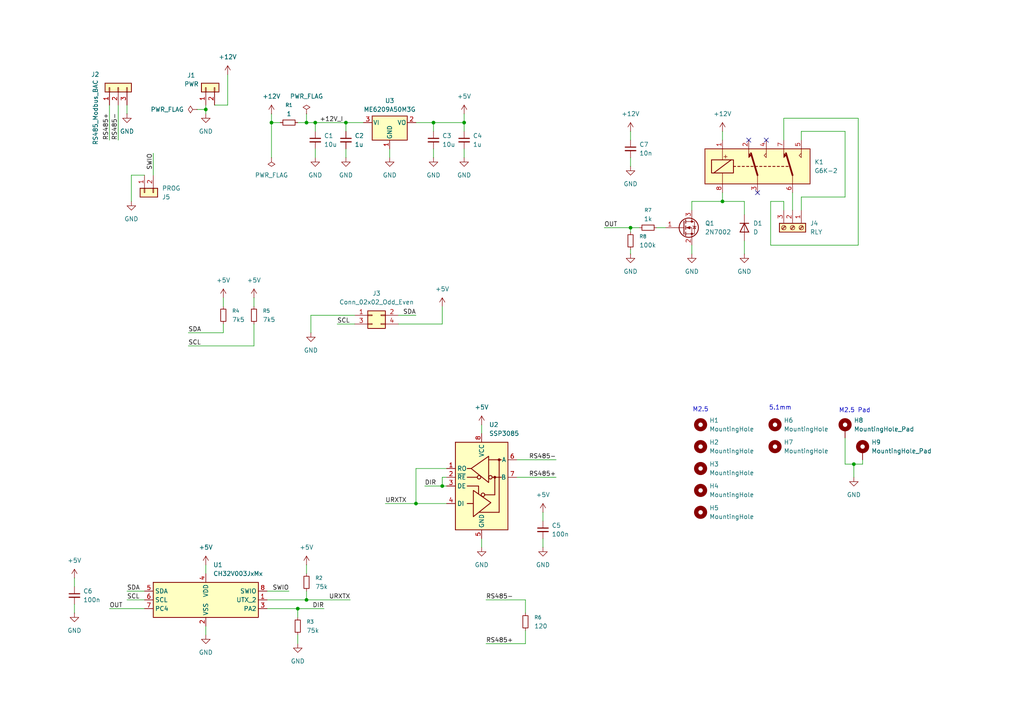
<source format=kicad_sch>
(kicad_sch (version 20250114) (generator "eeschema") (generator_version "9.0")
  (paper "A4")
  (lib_symbols
    (symbol "Connector:Screw_Terminal_01x03" (pin_names (offset 1.016) (hide yes))
      (property "Reference" "J" (at 0 5.08 0))
      (property "Value" "Screw_Terminal_01x03" (at 0 -5.08 0))
      (symbol "Screw_Terminal_01x03_1_1"
        (rectangle (start -1.27 3.81) (end 1.27 -3.81) (stroke (width 0.254)) (fill (type background)))
        (polyline (pts (xy -0.5334 2.8702) (xy 0.3302 2.032)) (stroke (width 0.1524)))
        (polyline (pts (xy -0.5334 0.3302) (xy 0.3302 -0.508)) (stroke (width 0.1524)))
        (polyline (pts (xy -0.5334 -2.2098) (xy 0.3302 -3.048)) (stroke (width 0.1524)))
        (polyline (pts (xy -0.3556 3.048) (xy 0.508 2.2098)) (stroke (width 0.1524)))
        (polyline (pts (xy -0.3556 0.508) (xy 0.508 -0.3302)) (stroke (width 0.1524)))
        (polyline (pts (xy -0.3556 -2.032) (xy 0.508 -2.8702)) (stroke (width 0.1524)))
        (circle (center 0 2.54) (radius 0.635) (stroke (width 0.1524)))
        (circle (center 0 0) (radius 0.635) (stroke (width 0.1524)))
        (circle (center 0 -2.54) (radius 0.635) (stroke (width 0.1524)))
        (pin passive line (at -5.08 2.54 0) (length 3.81) (name "Pin_1") (number "1"))
        (pin passive line (at -5.08 0 0) (length 3.81) (name "Pin_2") (number "2"))
        (pin passive line (at -5.08 -2.54 0) (length 3.81) (name "Pin_3") (number "3"))
      )
    )
    (symbol "Connector_Generic:Conn_01x02" (pin_names (offset 1.016) (hide yes))
      (property "Reference" "J" (at 0 2.54 0))
      (property "Value" "Conn_01x02" (at 0 -5.08 0))
      (symbol "Conn_01x02_1_1"
        (rectangle (start -1.27 1.27) (end 1.27 -3.81) (stroke (width 0.254)) (fill (type background)))
        (rectangle (start -1.27 0.127) (end 0 -0.127) (stroke (width 0.1524)))
        (rectangle (start -1.27 -2.413) (end 0 -2.667) (stroke (width 0.1524)))
        (pin passive line (at -5.08 0 0) (length 3.81) (name "Pin_1") (number "1"))
        (pin passive line (at -5.08 -2.54 0) (length 3.81) (name "Pin_2") (number "2"))
      )
    )
    (symbol "Connector_Generic:Conn_01x03" (pin_names (offset 1.016) (hide yes))
      (property "Reference" "J" (at 0 5.08 0))
      (property "Value" "Conn_01x03" (at 0 -5.08 0))
      (symbol "Conn_01x03_1_1"
        (rectangle (start -1.27 3.81) (end 1.27 -3.81) (stroke (width 0.254)) (fill (type background)))
        (rectangle (start -1.27 2.667) (end 0 2.413) (stroke (width 0.1524)))
        (rectangle (start -1.27 0.127) (end 0 -0.127) (stroke (width 0.1524)))
        (rectangle (start -1.27 -2.413) (end 0 -2.667) (stroke (width 0.1524)))
        (pin passive line (at -5.08 2.54 0) (length 3.81) (name "Pin_1") (number "1"))
        (pin passive line (at -5.08 0 0) (length 3.81) (name "Pin_2") (number "2"))
        (pin passive line (at -5.08 -2.54 0) (length 3.81) (name "Pin_3") (number "3"))
      )
    )
    (symbol "Connector_Generic:Conn_02x02_Odd_Even" (pin_names (offset 1.016) (hide yes))
      (property "Reference" "J" (at 1.27 2.54 0))
      (property "Value" "Conn_02x02_Odd_Even" (at 1.27 -5.08 0))
      (symbol "Conn_02x02_Odd_Even_1_1"
        (rectangle (start -1.27 1.27) (end 3.81 -3.81) (stroke (width 0.254)) (fill (type background)))
        (rectangle (start -1.27 0.127) (end 0 -0.127) (stroke (width 0.1524)))
        (rectangle (start -1.27 -2.413) (end 0 -2.667) (stroke (width 0.1524)))
        (rectangle (start 3.81 0.127) (end 2.54 -0.127) (stroke (width 0.1524)))
        (rectangle (start 3.81 -2.413) (end 2.54 -2.667) (stroke (width 0.1524)))
        (pin passive line (at -5.08 0 0) (length 3.81) (name "Pin_1") (number "1"))
        (pin passive line (at -5.08 -2.54 0) (length 3.81) (name "Pin_3") (number "3"))
        (pin passive line (at 7.62 0 180) (length 3.81) (name "Pin_2") (number "2"))
        (pin passive line (at 7.62 -2.54 180) (length 3.81) (name "Pin_4") (number "4"))
      )
    )
    (symbol "Device:C_Small" (pin_numbers (hide yes)) (pin_names (offset 0.254) (hide yes))
      (property "Reference" "C" (at 0.254 1.778 0))
      (property "Value" "C_Small" (at 0.254 -2.032 0))
      (symbol "C_Small_0_1"
        (polyline (pts (xy -1.524 0.508) (xy 1.524 0.508)) (stroke (width 0.3048)))
        (polyline (pts (xy -1.524 -0.508) (xy 1.524 -0.508)) (stroke (width 0.3302)))
      )
      (symbol "C_Small_1_1"
        (pin passive line (at 0 2.54 270) (length 2.032) (name "~") (number "1"))
        (pin passive line (at 0 -2.54 90) (length 2.032) (name "~") (number "2"))
      )
    )
    (symbol "Device:D" (pin_numbers (hide yes)) (pin_names (offset 1.016) (hide yes))
      (property "Reference" "D" (at 0 2.54 0))
      (property "Value" "D" (at 0 -2.54 0))
      (symbol "D_0_1"
        (polyline (pts (xy -1.27 1.27) (xy -1.27 -1.27)) (stroke (width 0.254)))
        (polyline (pts (xy 1.27 1.27) (xy 1.27 -1.27) (xy -1.27 0) (xy 1.27 1.27)) (stroke (width 0.254)))
        (polyline (pts (xy 1.27 0) (xy -1.27 0)))
      )
      (symbol "D_1_1"
        (pin passive line (at -3.81 0 0) (length 2.54) (name "K") (number "1"))
        (pin passive line (at 3.81 0 180) (length 2.54) (name "A") (number "2"))
      )
    )
    (symbol "Device:R_Small" (pin_numbers (hide yes)) (pin_names (offset 0.254) (hide yes))
      (property "Reference" "R" (at 0 0 90))
      (property "Value" "R_Small" (at 1.778 0 90))
      (symbol "R_Small_0_1"
        (rectangle (start -0.762 1.778) (end 0.762 -1.778) (stroke (width 0.2032)))
      )
      (symbol "R_Small_1_1"
        (pin passive line (at 0 2.54 270) (length 0.762) (name "~") (number "1"))
        (pin passive line (at 0 -2.54 90) (length 0.762) (name "~") (number "2"))
      )
    )
    (symbol "Interface_UART:SSP3085"
      (property "Reference" "U" (at -6.985 13.97 0))
      (property "Value" "SSP3085" (at 7.62 13.97 0))
      (symbol "SSP3085_0_1"
        (rectangle (start -7.62 12.7) (end 7.62 -12.7) (stroke (width 0.254)) (fill (type background)))
        (polyline (pts (xy -4.191 2.54) (xy -1.27 2.54)) (stroke (width 0.254)))
        (polyline (pts (xy -4.191 0) (xy -0.889 0) (xy -0.889 -2.286)) (stroke (width 0.254)))
        (polyline (pts (xy -3.175 5.08) (xy -4.191 5.08) (xy -4.064 5.08)) (stroke (width 0.254)))
        (polyline (pts (xy -2.54 -5.08) (xy -4.191 -5.08)) (stroke (width 0.254)))
        (polyline (pts (xy -2.413 -5.08) (xy -2.413 -1.27) (xy 2.667 -4.826) (xy -2.413 -8.89) (xy -2.413 -5.08)) (stroke (width 0.254)))
        (polyline (pts (xy -0.635 -7.62) (xy 5.08 -7.62)) (stroke (width 0.254)))
        (circle (center 0.381 -2.54) (radius 0.508) (stroke (width 0.254)))
        (polyline (pts (xy 0.889 -2.54) (xy 3.81 -2.54)) (stroke (width 0.254)))
        (polyline (pts (xy 2.032 7.62) (xy 5.715 7.62)) (stroke (width 0.254)))
        (polyline (pts (xy 3.048 2.54) (xy 5.715 2.54)) (stroke (width 0.254)))
        (circle (center 3.81 2.54) (radius 0.2794) (stroke (width 0.254)) (fill (type outline)))
        (polyline (pts (xy 3.81 -2.54) (xy 3.81 2.54)) (stroke (width 0.254)))
        (polyline (pts (xy 5.08 -7.62) (xy 5.08 7.62)) (stroke (width 0.254)))
      )
      (symbol "SSP3085_1_1"
        (circle (center -0.762 2.54) (radius 0.508) (stroke (width 0.254)))
        (polyline (pts (xy 2.032 4.826) (xy 2.032 8.636) (xy -3.048 5.08) (xy 2.032 1.016) (xy 2.032 4.826)) (stroke (width 0.254)))
        (circle (center 2.54 2.54) (radius 0.508) (stroke (width 0.254)))
        (circle (center 5.08 7.62) (radius 0.2794) (stroke (width 0.254)) (fill (type outline)))
        (pin output line (at -10.16 5.08 0) (length 2.54) (name "RO") (number "1"))
        (pin input line (at -10.16 2.54 0) (length 2.54) (name "~{RE}") (number "2"))
        (pin input line (at -10.16 0 0) (length 2.54) (name "DE") (number "3"))
        (pin input line (at -10.16 -5.08 0) (length 2.54) (name "DI") (number "4"))
        (pin power_in line (at 0 15.24 270) (length 2.54) (name "VCC") (number "8"))
        (pin power_in line (at 0 -15.24 90) (length 2.54) (name "GND") (number "5"))
        (pin bidirectional line (at 10.16 7.62 180) (length 2.54) (name "A") (number "6"))
        (pin bidirectional line (at 10.16 2.54 180) (length 2.54) (name "B") (number "7"))
      )
    )
    (symbol "MCU_WCH_CH32V0:CH32V003JxMx"
      (property "Reference" "U" (at -15.24 7.62 0))
      (property "Value" "CH32V003JxMx" (at 15.24 7.62 0))
      (symbol "CH32V003JxMx_1_1"
        (rectangle (start -15.24 5.08) (end 15.24 -5.08) (stroke (width 0.254)) (fill (type background)))
        (pin bidirectional line (at -17.78 2.54 0) (length 2.54) (name "PC1") (number "5") (alternate "SDA" bidirectional line))
        (pin bidirectional line (at -17.78 0 0) (length 2.54) (name "PC2") (number "6") (alternate "SCL" bidirectional line))
        (pin bidirectional line (at -17.78 -2.54 0) (length 2.54) (name "PC4") (number "7"))
        (pin power_in line (at 0 7.62 270) (length 2.54) (name "VDD") (number "4"))
        (pin power_in line (at 0 -7.62 90) (length 2.54) (name "VSS") (number "2"))
        (pin bidirectional line (at 17.78 2.54 180) (length 2.54) (name "PD1/PD4/PD5") (number "8") (alternate "SWIO" bidirectional line))
        (pin bidirectional line (at 17.78 0 180) (length 2.54) (name "PD6/PA1") (number "1") (alternate "UTX_2" bidirectional line))
        (pin bidirectional line (at 17.78 -2.54 180) (length 2.54) (name "PA2") (number "3"))
      )
    )
    (symbol "Mechanical:MountingHole" (pin_names (offset 1.016)) (in_bom no)
      (property "Reference" "H" (at 0 5.08 0))
      (property "Value" "MountingHole" (at 0 3.175 0))
      (symbol "MountingHole_0_1"
        (circle (center 0 0) (radius 1.27) (stroke (width 1.27)))
      )
    )
    (symbol "Mechanical:MountingHole_Pad" (pin_numbers (hide yes)) (pin_names (offset 1.016) (hide yes)) (in_bom no)
      (property "Reference" "H" (at 0 6.35 0))
      (property "Value" "MountingHole_Pad" (at 0 4.445 0))
      (symbol "MountingHole_Pad_0_1"
        (circle (center 0 1.27) (radius 1.27) (stroke (width 1.27)))
      )
      (symbol "MountingHole_Pad_1_1"
        (pin input line (at 0 -2.54 90) (length 2.54) (name "1") (number "1"))
      )
    )
    (symbol "Regulator_Linear:AP2127N-3.3" (pin_names (offset 0.254))
      (property "Reference" "U" (at -3.81 3.175 0))
      (property "Value" "AP2127N-3.3" (at 0 3.175 0))
      (symbol "AP2127N-3.3_0_1"
        (rectangle (start -5.08 1.905) (end 5.08 -5.08) (stroke (width 0.254)) (fill (type background)))
      )
      (symbol "AP2127N-3.3_1_1"
        (pin power_in line (at -7.62 0 0) (length 2.54) (name "VI") (number "3"))
        (pin power_in line (at 0 -7.62 90) (length 2.54) (name "GND") (number "1"))
        (pin power_out line (at 7.62 0 180) (length 2.54) (name "VO") (number "2"))
      )
    )
    (symbol "Relay:G6K-2"
      (property "Reference" "K" (at 16.51 3.81 0))
      (property "Value" "G6K-2" (at 16.51 1.27 0))
      (symbol "G6K-2_0_0"
        (text "+" (at -9.271 2.921 0) (effects (font (size 1.27 1.27))))
      )
      (symbol "G6K-2_0_1"
        (rectangle (start -15.24 5.08) (end 15.24 -5.08) (stroke (width 0.254)) (fill (type background)))
        (rectangle (start -13.335 1.905) (end -6.985 -1.905) (stroke (width 0.254)))
        (polyline (pts (xy -12.7 -1.905) (xy -7.62 1.905)) (stroke (width 0.254)))
        (polyline (pts (xy -10.16 5.08) (xy -10.16 1.905)))
        (polyline (pts (xy -10.16 -5.08) (xy -10.16 -1.905)))
        (polyline (pts (xy -6.985 0) (xy -6.35 0)) (stroke (width 0.254)))
        (polyline (pts (xy -5.715 0) (xy -5.08 0)) (stroke (width 0.254)))
        (polyline (pts (xy -4.445 0) (xy -3.81 0)) (stroke (width 0.254)))
        (polyline (pts (xy -3.175 0) (xy -2.54 0)) (stroke (width 0.254)))
        (polyline (pts (xy -2.54 5.08) (xy -2.54 2.54) (xy -1.905 3.175) (xy -2.54 3.81)) (fill (type outline)))
        (polyline (pts (xy -1.905 0) (xy -1.27 0)) (stroke (width 0.254)))
        (polyline (pts (xy -0.635 0) (xy 0 0)) (stroke (width 0.254)))
        (polyline (pts (xy 0 -2.54) (xy -1.905 3.81)) (stroke (width 0.508)))
        (polyline (pts (xy 0 -2.54) (xy 0 -5.08)))
        (polyline (pts (xy 0.635 0) (xy 1.27 0)) (stroke (width 0.254)))
        (polyline (pts (xy 1.905 0) (xy 2.54 0)) (stroke (width 0.254)))
        (polyline (pts (xy 2.54 5.08) (xy 2.54 2.54) (xy 1.905 3.175) (xy 2.54 3.81)))
        (polyline (pts (xy 3.175 0) (xy 3.81 0)) (stroke (width 0.254)))
        (polyline (pts (xy 4.445 0) (xy 5.08 0)) (stroke (width 0.254)))
        (polyline (pts (xy 5.715 0) (xy 6.35 0)) (stroke (width 0.254)))
        (polyline (pts (xy 6.985 0) (xy 7.62 0)) (stroke (width 0.254)))
        (polyline (pts (xy 7.62 5.08) (xy 7.62 2.54) (xy 8.255 3.175) (xy 7.62 3.81)) (fill (type outline)))
        (polyline (pts (xy 8.255 0) (xy 8.89 0)) (stroke (width 0.254)))
        (polyline (pts (xy 10.16 -2.54) (xy 8.255 3.81)) (stroke (width 0.508)))
        (polyline (pts (xy 10.16 -2.54) (xy 10.16 -5.08)))
        (polyline (pts (xy 12.7 5.08) (xy 12.7 2.54) (xy 12.065 3.175) (xy 12.7 3.81)))
      )
      (symbol "G6K-2_1_1"
        (pin passive line (at -10.16 7.62 270) (length 2.54) (name "~") (number "1"))
        (pin passive line (at -10.16 -7.62 90) (length 2.54) (name "~") (number "8"))
        (pin passive line (at -2.54 7.62 270) (length 2.54) (name "~") (number "2"))
        (pin passive line (at 0 -7.62 90) (length 2.54) (name "~") (number "3"))
        (pin passive line (at 2.54 7.62 270) (length 2.54) (name "~") (number "4"))
        (pin passive line (at 7.62 7.62 270) (length 2.54) (name "~") (number "7"))
        (pin passive line (at 10.16 -7.62 90) (length 2.54) (name "~") (number "6"))
        (pin passive line (at 12.7 7.62 270) (length 2.54) (name "~") (number "5"))
      )
    )
    (symbol "Transistor_FET:2N7002" (pin_names (hide yes))
      (property "Reference" "Q" (at 5.08 1.905 0))
      (property "Value" "2N7002" (at 5.08 0 0))
      (symbol "2N7002_0_1"
        (polyline (pts (xy 0.254 1.905) (xy 0.254 -1.905)) (stroke (width 0.254)))
        (polyline (pts (xy 0.254 0) (xy -2.54 0)))
        (polyline (pts (xy 0.762 2.286) (xy 0.762 1.27)) (stroke (width 0.254)))
        (polyline (pts (xy 0.762 0.508) (xy 0.762 -0.508)) (stroke (width 0.254)))
        (polyline (pts (xy 0.762 -1.27) (xy 0.762 -2.286)) (stroke (width 0.254)))
        (polyline (pts (xy 0.762 -1.778) (xy 3.302 -1.778) (xy 3.302 1.778) (xy 0.762 1.778)))
        (polyline (pts (xy 1.016 0) (xy 2.032 0.381) (xy 2.032 -0.381) (xy 1.016 0)) (fill (type outline)))
        (circle (center 1.651 0) (radius 2.794) (stroke (width 0.254)))
        (polyline (pts (xy 2.54 2.54) (xy 2.54 1.778)))
        (circle (center 2.54 1.778) (radius 0.254) (fill (type outline)))
        (circle (center 2.54 -1.778) (radius 0.254) (fill (type outline)))
        (polyline (pts (xy 2.54 -2.54) (xy 2.54 0) (xy 0.762 0)))
        (polyline (pts (xy 2.794 0.508) (xy 2.921 0.381) (xy 3.683 0.381) (xy 3.81 0.254)))
        (polyline (pts (xy 3.302 0.381) (xy 2.921 -0.254) (xy 3.683 -0.254) (xy 3.302 0.381)))
      )
      (symbol "2N7002_1_1"
        (pin input line (at -5.08 0 0) (length 2.54) (name "G") (number "1"))
        (pin passive line (at 2.54 5.08 270) (length 2.54) (name "D") (number "3"))
        (pin passive line (at 2.54 -5.08 90) (length 2.54) (name "S") (number "2"))
      )
    )
    (symbol "power:+12V" (power) (pin_numbers (hide yes)) (pin_names (offset 0) (hide yes))
      (property "Value" "+12V" (at 0 3.556 0))
      (symbol "+12V_0_1"
        (polyline (pts (xy -0.762 1.27) (xy 0 2.54)))
        (polyline (pts (xy 0 2.54) (xy 0.762 1.27)))
        (polyline (pts (xy 0 0) (xy 0 2.54)))
      )
      (symbol "+12V_1_1"
        (pin power_in line (at 0 0 90) (length 0) (name "~") (number "1"))
      )
    )
    (symbol "power:+5V" (power) (pin_numbers (hide yes)) (pin_names (offset 0) (hide yes))
      (property "Value" "+5V" (at 0 3.556 0))
      (symbol "+5V_0_1"
        (polyline (pts (xy -0.762 1.27) (xy 0 2.54)))
        (polyline (pts (xy 0 2.54) (xy 0.762 1.27)))
        (polyline (pts (xy 0 0) (xy 0 2.54)))
      )
      (symbol "+5V_1_1"
        (pin power_in line (at 0 0 90) (length 0) (name "~") (number "1"))
      )
    )
    (symbol "power:GND" (power) (pin_numbers (hide yes)) (pin_names (offset 0) (hide yes))
      (property "Value" "GND" (at 0 -3.81 0))
      (symbol "GND_0_1"
        (polyline (pts (xy 0 0) (xy 0 -1.27) (xy 1.27 -1.27) (xy 0 -2.54) (xy -1.27 -1.27) (xy 0 -1.27)))
      )
      (symbol "GND_1_1"
        (pin power_in line (at 0 0 270) (length 0) (name "~") (number "1"))
      )
    )
    (symbol "power:PWR_FLAG" (power) (pin_numbers (hide yes)) (pin_names (offset 0) (hide yes))
      (property "Value" "PWR_FLAG" (at 0 3.81 0))
      (symbol "PWR_FLAG_0_0"
        (pin power_out line (at 0 0 90) (length 0) (name "~") (number "1"))
      )
      (symbol "PWR_FLAG_0_1"
        (polyline (pts (xy 0 0) (xy 0 1.27) (xy -1.016 1.905) (xy 0 2.54) (xy 1.016 1.905) (xy 0 1.27)))
      )
    )
  )
  (text "M2.5 Pad" (at 247.904 119.126 0) (effects (font (size 1.27 1.27))))
  (text "5.1mm" (at 226.314 118.364 0) (effects (font (size 1.27 1.27))))
  (text "M2.5" (at 203.2 118.872 0) (effects (font (size 1.27 1.27))))
  (junction (at 134.62 35.56))
  (junction (at 59.69 31.75))
  (junction (at 247.65 134.62))
  (junction (at 91.44 35.56))
  (junction (at 88.9 35.56))
  (junction (at 182.88 66.04))
  (junction (at 128.27 140.97))
  (junction (at 120.65 146.05))
  (junction (at 100.33 35.56))
  (junction (at 209.55 58.42))
  (junction (at 78.74 35.56))
  (junction (at 88.9 173.99))
  (junction (at 86.36 176.53))
  (junction (at 125.73 35.56))
  (no_connect (at 219.71 55.88))
  (no_connect (at 217.17 40.64))
  (no_connect (at 222.25 40.64))
  (wire (pts (xy 182.88 72.39) (xy 182.88 73.66)))
  (wire (pts (xy 59.69 181.61) (xy 59.69 184.15)))
  (wire (pts (xy 229.87 55.88) (xy 229.87 60.96)))
  (wire (pts (xy 88.9 163.83) (xy 88.9 166.37)))
  (wire (pts (xy 115.57 91.44) (xy 120.65 91.44)))
  (wire (pts (xy 73.66 86.36) (xy 73.66 88.9)))
  (wire (pts (xy 57.15 31.75) (xy 59.69 31.75)))
  (wire (pts (xy 209.55 55.88) (xy 209.55 58.42)))
  (wire (pts (xy 123.19 140.97) (xy 128.27 140.97)))
  (wire (pts (xy 247.65 134.62) (xy 250.19 134.62)))
  (wire (pts (xy 245.11 57.15) (xy 232.41 57.15)))
  (wire (pts (xy 77.47 176.53) (xy 86.36 176.53)))
  (wire (pts (xy 91.44 35.56) (xy 100.33 35.56)))
  (wire (pts (xy 140.97 186.69) (xy 152.4 186.69)))
  (wire (pts (xy 125.73 35.56) (xy 125.73 38.1)))
  (wire (pts (xy 59.69 31.75) (xy 59.69 33.02)))
  (wire (pts (xy 223.52 71.12) (xy 248.92 71.12)))
  (wire (pts (xy 102.87 91.44) (xy 90.17 91.44)))
  (wire (pts (xy 34.29 30.48) (xy 34.29 40.64)))
  (wire (pts (xy 120.65 135.89) (xy 120.65 146.05)))
  (wire (pts (xy 209.55 38.1) (xy 209.55 40.64)))
  (wire (pts (xy 88.9 35.56) (xy 91.44 35.56)))
  (wire (pts (xy 44.45 44.45) (xy 44.45 50.8)))
  (wire (pts (xy 157.48 148.59) (xy 157.48 151.13)))
  (wire (pts (xy 38.1 50.8) (xy 38.1 58.42)))
  (wire (pts (xy 59.69 163.83) (xy 59.69 166.37)))
  (wire (pts (xy 223.52 58.42) (xy 223.52 71.12)))
  (wire (pts (xy 88.9 173.99) (xy 101.6 173.99)))
  (wire (pts (xy 86.36 184.15) (xy 86.36 186.69)))
  (wire (pts (xy 36.83 173.99) (xy 41.91 173.99)))
  (wire (pts (xy 62.23 30.48) (xy 66.04 30.48)))
  (wire (pts (xy 77.47 171.45) (xy 83.82 171.45)))
  (wire (pts (xy 21.59 167.64) (xy 21.59 170.18)))
  (wire (pts (xy 100.33 43.18) (xy 100.33 45.72)))
  (wire (pts (xy 215.9 69.85) (xy 215.9 73.66)))
  (wire (pts (xy 59.69 30.48) (xy 59.69 31.75)))
  (wire (pts (xy 31.75 176.53) (xy 41.91 176.53)))
  (wire (pts (xy 232.41 57.15) (xy 232.41 60.96)))
  (wire (pts (xy 152.4 173.99) (xy 152.4 177.8)))
  (wire (pts (xy 245.11 38.1) (xy 245.11 57.15)))
  (wire (pts (xy 182.88 66.04) (xy 185.42 66.04)))
  (wire (pts (xy 64.77 86.36) (xy 64.77 88.9)))
  (wire (pts (xy 248.92 34.29) (xy 227.33 34.29)))
  (wire (pts (xy 73.66 93.98) (xy 73.66 100.33)))
  (wire (pts (xy 182.88 45.72) (xy 182.88 48.26)))
  (wire (pts (xy 91.44 43.18) (xy 91.44 45.72)))
  (wire (pts (xy 120.65 146.05) (xy 129.54 146.05)))
  (wire (pts (xy 140.97 173.99) (xy 152.4 173.99)))
  (wire (pts (xy 215.9 58.42) (xy 209.55 58.42)))
  (wire (pts (xy 86.36 176.53) (xy 93.98 176.53)))
  (wire (pts (xy 245.11 134.62) (xy 245.11 127)))
  (wire (pts (xy 200.66 71.12) (xy 200.66 73.66)))
  (wire (pts (xy 64.77 96.52) (xy 54.61 96.52)))
  (wire (pts (xy 247.65 134.62) (xy 247.65 138.43)))
  (wire (pts (xy 100.33 35.56) (xy 100.33 38.1)))
  (wire (pts (xy 182.88 38.1) (xy 182.88 40.64)))
  (wire (pts (xy 134.62 38.1) (xy 134.62 35.56)))
  (wire (pts (xy 77.47 173.99) (xy 88.9 173.99)))
  (wire (pts (xy 36.83 30.48) (xy 36.83 33.02)))
  (wire (pts (xy 73.66 100.33) (xy 54.61 100.33)))
  (wire (pts (xy 215.9 62.23) (xy 215.9 58.42)))
  (wire (pts (xy 125.73 35.56) (xy 120.65 35.56)))
  (wire (pts (xy 120.65 135.89) (xy 129.54 135.89)))
  (wire (pts (xy 152.4 186.69) (xy 152.4 182.88)))
  (wire (pts (xy 227.33 34.29) (xy 227.33 40.64)))
  (wire (pts (xy 90.17 91.44) (xy 90.17 96.52)))
  (wire (pts (xy 88.9 33.02) (xy 88.9 35.56)))
  (wire (pts (xy 209.55 58.42) (xy 200.66 58.42)))
  (wire (pts (xy 41.91 50.8) (xy 38.1 50.8)))
  (wire (pts (xy 129.54 138.43) (xy 128.27 138.43)))
  (wire (pts (xy 248.92 71.12) (xy 248.92 34.29)))
  (wire (pts (xy 139.7 156.21) (xy 139.7 158.75)))
  (wire (pts (xy 232.41 40.64) (xy 232.41 38.1)))
  (wire (pts (xy 78.74 33.02) (xy 78.74 35.56)))
  (wire (pts (xy 128.27 140.97) (xy 129.54 140.97)))
  (wire (pts (xy 139.7 123.19) (xy 139.7 125.73)))
  (wire (pts (xy 66.04 30.48) (xy 66.04 21.59)))
  (wire (pts (xy 149.86 133.35) (xy 161.29 133.35)))
  (wire (pts (xy 128.27 93.98) (xy 128.27 88.9)))
  (wire (pts (xy 182.88 67.31) (xy 182.88 66.04)))
  (wire (pts (xy 86.36 35.56) (xy 88.9 35.56)))
  (wire (pts (xy 245.11 134.62) (xy 247.65 134.62)))
  (wire (pts (xy 100.33 35.56) (xy 105.41 35.56)))
  (wire (pts (xy 157.48 156.21) (xy 157.48 158.75)))
  (wire (pts (xy 227.33 58.42) (xy 223.52 58.42)))
  (wire (pts (xy 36.83 171.45) (xy 41.91 171.45)))
  (wire (pts (xy 134.62 35.56) (xy 125.73 35.56)))
  (wire (pts (xy 250.19 133.35) (xy 250.19 134.62)))
  (wire (pts (xy 78.74 35.56) (xy 81.28 35.56)))
  (wire (pts (xy 227.33 60.96) (xy 227.33 58.42)))
  (wire (pts (xy 88.9 171.45) (xy 88.9 173.99)))
  (wire (pts (xy 21.59 175.26) (xy 21.59 177.8)))
  (wire (pts (xy 91.44 35.56) (xy 91.44 38.1)))
  (wire (pts (xy 115.57 93.98) (xy 128.27 93.98)))
  (wire (pts (xy 134.62 33.02) (xy 134.62 35.56)))
  (wire (pts (xy 86.36 176.53) (xy 86.36 179.07)))
  (wire (pts (xy 64.77 93.98) (xy 64.77 96.52)))
  (wire (pts (xy 97.79 93.98) (xy 102.87 93.98)))
  (wire (pts (xy 111.76 146.05) (xy 120.65 146.05)))
  (wire (pts (xy 134.62 43.18) (xy 134.62 45.72)))
  (wire (pts (xy 31.75 30.48) (xy 31.75 40.64)))
  (wire (pts (xy 149.86 138.43) (xy 161.29 138.43)))
  (wire (pts (xy 125.73 43.18) (xy 125.73 45.72)))
  (wire (pts (xy 128.27 138.43) (xy 128.27 140.97)))
  (wire (pts (xy 200.66 58.42) (xy 200.66 60.96)))
  (wire (pts (xy 232.41 38.1) (xy 245.11 38.1)))
  (wire (pts (xy 175.26 66.04) (xy 182.88 66.04)))
  (wire (pts (xy 78.74 35.56) (xy 78.74 45.72)))
  (wire (pts (xy 113.03 43.18) (xy 113.03 45.72)))
  (wire (pts (xy 190.5 66.04) (xy 193.04 66.04)))
  (label "DIR" (at 93.98 176.53 180))
  (label "DIR" (at 123.19 140.97 0))
  (label "+12V_I" (at 92.71 35.56 0))
  (label "RS485+" (at 31.75 40.64 90))
  (label "SDA" (at 120.65 91.44 180))
  (label "SWIO" (at 44.45 44.45 270))
  (label "RS485-" (at 34.29 40.64 90))
  (label "RS485-" (at 161.29 133.35 180))
  (label "URXTX" (at 111.76 146.05 0))
  (label "SDA" (at 36.83 171.45 0))
  (label "RS485-" (at 140.97 173.99 0))
  (label "SCL" (at 36.83 173.99 0))
  (label "SWIO" (at 83.82 171.45 180))
  (label "URXTX" (at 101.6 173.99 180))
  (label "RS485+" (at 140.97 186.69 0))
  (label "OUT" (at 31.75 176.53 0))
  (label "OUT" (at 175.26 66.04 0))
  (label "SCL" (at 97.79 93.98 0))
  (label "SCL" (at 54.61 100.33 0))
  (label "RS485+" (at 161.29 138.43 180))
  (label "SDA" (at 54.61 96.52 0))
  (symbol (lib_id "Device:R_Small") (at 86.36 181.61 0) (unit 1)
    (property "Reference" "R3" (at 88.9 180.3399 0) (effects (font (size 1.016 1.016)) (justify left)))
    (property "Value" "75k" (at 88.9 182.8799 0) (effects (justify left)))
    (property "Footprint" "Resistor_SMD:R_0603_1608Metric" (effects (hide yes)))
    (property "Description" "Resistor, small symbol" (effects (hide yes)))
  )
  (symbol (lib_id "Mechanical:MountingHole") (at 224.79 123.19 0) (unit 1) (in_bom no)
    (property "Reference" "H6" (at 227.33 121.9199 0) (effects (justify left)))
    (property "Value" "MountingHole" (at 227.33 124.4599 0) (effects (justify left)))
    (property "Footprint" "MountingHole:MountingHole_5.3mm_M5_ISO7380" (effects (hide yes)))
    (property "Description" "Mounting Hole without connection" (effects (hide yes)))
  )
  (symbol (lib_id "Device:C_Small") (at 100.33 40.64 0) (unit 1)
    (property "Reference" "C2" (at 102.87 39.3762 0) (effects (justify left)))
    (property "Value" "1u" (at 102.87 41.9162 0) (effects (justify left)))
    (property "Footprint" "Capacitor_SMD:C_0805_2012Metric" (effects (hide yes)))
    (property "Description" "Unpolarized capacitor, small symbol" (effects (hide yes)))
  )
  (symbol (lib_id "Device:C_Small") (at 157.48 153.67 0) (unit 1)
    (property "Reference" "C5" (at 160.02 152.4062 0) (effects (justify left)))
    (property "Value" "100n" (at 160.02 154.9462 0) (effects (justify left)))
    (property "Footprint" "Capacitor_SMD:C_0603_1608Metric" (effects (hide yes)))
    (property "Description" "Unpolarized capacitor, small symbol" (effects (hide yes)))
  )
  (symbol (lib_id "Device:D") (at 215.9 66.04 270) (unit 1)
    (property "Reference" "D1" (at 218.44 64.7699 90) (effects (justify left)))
    (property "Value" "D" (at 218.44 67.3099 90) (effects (justify left)))
    (property "Footprint" "Diode_SMD:D_MELF" (effects (hide yes)))
    (property "Description" "Diode" (effects (hide yes)))
    (property "Sim.Device" "D" (effects (hide yes)))
    (property "Sim.Pins" "1=K 2=A" (effects (hide yes)))
  )
  (symbol (lib_id "Mechanical:MountingHole_Pad") (at 250.19 130.81 0) (unit 1) (in_bom no)
    (property "Reference" "H9" (at 252.73 128.2699 0) (effects (justify left)))
    (property "Value" "MountingHole_Pad" (at 252.73 130.8099 0) (effects (justify left)))
    (property "Footprint" "MountingHole:MountingHole_2.7mm_M2.5_ISO7380_Pad" (effects (hide yes)))
    (property "Description" "Mounting Hole with connection" (effects (hide yes)))
  )
  (symbol (lib_id "Device:R_Small") (at 73.66 91.44 0) (unit 1)
    (property "Reference" "R5" (at 76.2 90.1699 0) (effects (font (size 1.016 1.016)) (justify left)))
    (property "Value" "7k5" (at 76.2 92.7099 0) (effects (justify left)))
    (property "Footprint" "Resistor_SMD:R_0603_1608Metric" (effects (hide yes)))
    (property "Description" "Resistor, small symbol" (effects (hide yes)))
  )
  (symbol (lib_id "power:+5V") (at 21.59 167.64 0) (unit 1)
    (property "Reference" "#PWR028" (effects (hide yes)))
    (property "Value" "+5V" (at 21.59 162.56 0))
    (property "Description" "Power symbol creates a global label with name \"+5V\"" (effects (hide yes)))
  )
  (symbol (lib_id "Interface_UART:SSP3085") (at 139.7 140.97 0) (unit 1)
    (property "Reference" "U2" (at 141.8433 123.19 0) (effects (justify left)))
    (property "Value" "SSP3085" (at 141.8433 125.73 0) (effects (justify left)))
    (property "Footprint" "Package_SO:SOIC-8_3.9x4.9mm_P1.27mm" (effects (hide yes)))
    (property "Datasheet" "https://www.lcsc.com/datasheet/lcsc_datasheet_2404071515_Shanghai-Siproin-Microelectronics-SSP3085_C410986.pdf" (effects (hide yes)))
    (property "Description" "RS-485, RS-422 Half duplex 500kbps transceiver, 15kV ESD protected, 5V operating voltage, SOIC-8" (effects (hide yes)))
  )
  (symbol (lib_id "power:GND") (at 36.83 33.02 0) (unit 1)
    (property "Reference" "#PWR02" (effects (hide yes)))
    (property "Value" "GND" (at 36.83 38.1 0))
    (property "Description" "Power symbol creates a global label with name \"GND\" , ground" (effects (hide yes)))
  )
  (symbol (lib_id "Mechanical:MountingHole") (at 203.2 142.24 0) (unit 1) (in_bom no)
    (property "Reference" "H4" (at 205.74 140.9699 0) (effects (justify left)))
    (property "Value" "MountingHole" (at 205.74 143.5099 0) (effects (justify left)))
    (property "Footprint" "MountingHole:MountingHole_2.7mm_M2.5_ISO7380" (effects (hide yes)))
    (property "Description" "Mounting Hole without connection" (effects (hide yes)))
  )
  (symbol (lib_id "power:GND") (at 247.65 138.43 0) (unit 1)
    (property "Reference" "#PWR011" (effects (hide yes)))
    (property "Value" "GND" (at 247.65 143.51 0))
    (property "Description" "Power symbol creates a global label with name \"GND\" , ground" (effects (hide yes)))
  )
  (symbol (lib_id "power:GND") (at 125.73 45.72 0) (unit 1)
    (property "Reference" "#PWR016" (effects (hide yes)))
    (property "Value" "GND" (at 125.73 50.8 0))
    (property "Description" "Power symbol creates a global label with name \"GND\" , ground" (effects (hide yes)))
  )
  (symbol (lib_id "power:GND") (at 90.17 96.52 0) (unit 1)
    (property "Reference" "#PWR07" (effects (hide yes)))
    (property "Value" "GND" (at 90.17 101.6 0))
    (property "Description" "Power symbol creates a global label with name \"GND\" , ground" (effects (hide yes)))
  )
  (symbol (lib_id "power:+5V") (at 139.7 123.19 0) (unit 1)
    (property "Reference" "#PWR09" (effects (hide yes)))
    (property "Value" "+5V" (at 139.7 118.11 0))
    (property "Description" "Power symbol creates a global label with name \"+5V\"" (effects (hide yes)))
  )
  (symbol (lib_id "Device:R_Small") (at 152.4 180.34 0) (unit 1)
    (property "Reference" "R6" (at 154.94 179.0699 0) (effects (font (size 1.016 1.016)) (justify left)))
    (property "Value" "120" (at 154.94 181.6099 0) (effects (justify left)))
    (property "Footprint" "Resistor_SMD:R_0603_1608Metric" (effects (hide yes)))
    (property "Description" "Resistor, small symbol" (effects (hide yes)))
  )
  (symbol (lib_id "power:GND") (at 182.88 48.26 0) (unit 1)
    (property "Reference" "#PWR031" (effects (hide yes)))
    (property "Value" "GND" (at 182.88 53.34 0))
    (property "Description" "Power symbol creates a global label with name \"GND\" , ground" (effects (hide yes)))
  )
  (symbol (lib_id "Relay:G6K-2") (at 219.71 48.26 0) (unit 1)
    (property "Reference" "K1" (at 236.22 46.9899 0) (effects (justify left)))
    (property "Value" "G6K-2" (at 236.22 49.5299 0) (effects (justify left)))
    (property "Footprint" "Relay_SMD:Relay_DPDT_Omron_G6K-2F-Y" (effects (hide yes)))
    (property "Datasheet" "http://omronfs.omron.com/en_US/ecb/products/pdf/en-g6k.pdf" (effects (hide yes)))
    (property "Description" "Miniature 2-pole relay, Single-side Stable" (effects (hide yes)))
  )
  (symbol (lib_id "power:PWR_FLAG") (at 57.15 31.75 90) (unit 1)
    (property "Reference" "#FLG03" (effects (hide yes)))
    (property "Value" "PWR_FLAG" (at 53.34 31.7499 90) (effects (justify left)))
    (property "Description" "Special symbol for telling ERC where power comes from" (effects (hide yes)))
  )
  (symbol (lib_id "power:+5V") (at 64.77 86.36 0) (unit 1)
    (property "Reference" "#PWR024" (effects (hide yes)))
    (property "Value" "+5V" (at 64.77 81.28 0))
    (property "Description" "Power symbol creates a global label with name \"+5V\"" (effects (hide yes)))
  )
  (symbol (lib_id "Mechanical:MountingHole") (at 203.2 123.19 0) (unit 1) (in_bom no)
    (property "Reference" "H1" (at 205.74 121.9199 0) (effects (justify left)))
    (property "Value" "MountingHole" (at 205.74 124.4599 0) (effects (justify left)))
    (property "Footprint" "MountingHole:MountingHole_2.7mm_M2.5_ISO7380" (effects (hide yes)))
    (property "Description" "Mounting Hole without connection" (effects (hide yes)))
  )
  (symbol (lib_id "power:PWR_FLAG") (at 78.74 45.72 180) (unit 1)
    (property "Reference" "#FLG02" (effects (hide yes)))
    (property "Value" "PWR_FLAG" (at 78.74 50.8 0))
    (property "Description" "Special symbol for telling ERC where power comes from" (effects (hide yes)))
  )
  (symbol (lib_id "Device:R_Small") (at 64.77 91.44 0) (unit 1)
    (property "Reference" "R4" (at 67.31 90.1699 0) (effects (font (size 1.016 1.016)) (justify left)))
    (property "Value" "7k5" (at 67.31 92.7099 0) (effects (justify left)))
    (property "Footprint" "Resistor_SMD:R_0603_1608Metric" (effects (hide yes)))
    (property "Description" "Resistor, small symbol" (effects (hide yes)))
  )
  (symbol (lib_id "power:GND") (at 157.48 158.75 0) (unit 1)
    (property "Reference" "#PWR019" (effects (hide yes)))
    (property "Value" "GND" (at 157.48 163.83 0))
    (property "Description" "Power symbol creates a global label with name \"GND\" , ground" (effects (hide yes)))
  )
  (symbol (lib_id "Device:C_Small") (at 182.88 43.18 0) (unit 1)
    (property "Reference" "C7" (at 185.42 41.9162 0) (effects (justify left)))
    (property "Value" "10n" (at 185.42 44.4562 0) (effects (justify left)))
    (property "Footprint" "Capacitor_SMD:C_0603_1608Metric" (effects (hide yes)))
    (property "Description" "Unpolarized capacitor, small symbol" (effects (hide yes)))
  )
  (symbol (lib_id "Regulator_Linear:AP2127N-3.3") (at 113.03 35.56 0) (unit 1)
    (property "Reference" "U3" (at 113.03 29.21 0))
    (property "Value" "ME6209A50M3G" (at 113.03 31.75 0))
    (property "Footprint" "Package_TO_SOT_SMD:SOT-23" (effects (hide yes)))
    (property "Datasheet" "https://www.diodes.com/assets/Datasheets/AP2127.pdf" (effects (hide yes)))
    (property "Description" "300mA low dropout linear regulator, shutdown pin, 2.5V-6V input voltage, 3.3V fixed positive output, SOT-23 package" (effects (hide yes)))
  )
  (symbol (lib_id "power:+5V") (at 73.66 86.36 0) (unit 1)
    (property "Reference" "#PWR023" (effects (hide yes)))
    (property "Value" "+5V" (at 73.66 81.28 0))
    (property "Description" "Power symbol creates a global label with name \"+5V\"" (effects (hide yes)))
  )
  (symbol (lib_id "Connector_Generic:Conn_01x02") (at 59.69 25.4 90) (unit 1)
    (property "Reference" "J1" (at 56.642 21.844 90) (effects (justify left)))
    (property "Value" "PWR" (at 57.658 24.384 90) (effects (justify left)))
    (property "Footprint" "TerminalBlock_Phoenix:TerminalBlock_Phoenix_MKDS-1,5-2-5.08_1x02_P5.08mm_Horizontal" (effects (hide yes)))
    (property "Description" "Generic connector, single row, 01x02, script generated (kicad-library-utils/schlib/autogen/connector/)" (effects (hide yes)))
  )
  (symbol (lib_id "power:GND") (at 91.44 45.72 0) (unit 1)
    (property "Reference" "#PWR013" (effects (hide yes)))
    (property "Value" "GND" (at 91.44 50.8 0))
    (property "Description" "Power symbol creates a global label with name \"GND\" , ground" (effects (hide yes)))
  )
  (symbol (lib_id "Mechanical:MountingHole") (at 203.2 129.54 0) (unit 1) (in_bom no)
    (property "Reference" "H2" (at 205.74 128.2699 0) (effects (justify left)))
    (property "Value" "MountingHole" (at 205.74 130.8099 0) (effects (justify left)))
    (property "Footprint" "MountingHole:MountingHole_2.7mm_M2.5_ISO7380" (effects (hide yes)))
    (property "Description" "Mounting Hole without connection" (effects (hide yes)))
  )
  (symbol (lib_id "Mechanical:MountingHole") (at 203.2 148.59 0) (unit 1) (in_bom no)
    (property "Reference" "H5" (at 205.74 147.3199 0) (effects (justify left)))
    (property "Value" "MountingHole" (at 205.74 149.8599 0) (effects (justify left)))
    (property "Footprint" "MountingHole:MountingHole_2.7mm_M2.5_ISO7380" (effects (hide yes)))
    (property "Description" "Mounting Hole without connection" (effects (hide yes)))
  )
  (symbol (lib_id "Connector_Generic:Conn_01x03") (at 34.29 25.4 90) (unit 1)
    (property "Reference" "J2" (at 26.416 21.59 90) (effects (justify right)))
    (property "Value" "RS485_Modbus_BAC" (at 27.686 23.114 0) (effects (justify right)))
    (property "Footprint" "TerminalBlock_Phoenix:TerminalBlock_Phoenix_MKDS-1,5-3-5.08_1x03_P5.08mm_Horizontal" (effects (hide yes)))
    (property "Description" "Generic connector, single row, 01x03, script generated (kicad-library-utils/schlib/autogen/connector/)" (effects (hide yes)))
  )
  (symbol (lib_id "Device:R_Small") (at 182.88 69.85 0) (unit 1)
    (property "Reference" "R8" (at 185.42 68.5799 0) (effects (font (size 1.016 1.016)) (justify left)))
    (property "Value" "100k" (at 185.42 71.1199 0) (effects (justify left)))
    (property "Footprint" "Resistor_SMD:R_0402_1005Metric" (effects (hide yes)))
    (property "Description" "Resistor, small symbol" (effects (hide yes)))
  )
  (symbol (lib_id "Device:C_Small") (at 91.44 40.64 0) (unit 1)
    (property "Reference" "C1" (at 93.98 39.3762 0) (effects (justify left)))
    (property "Value" "10u" (at 93.98 41.9162 0) (effects (justify left)))
    (property "Footprint" "Capacitor_SMD:C_1206_3216Metric" (effects (hide yes)))
    (property "Description" "Unpolarized capacitor, small symbol" (effects (hide yes)))
  )
  (symbol (lib_id "power:GND") (at 21.59 177.8 0) (unit 1)
    (property "Reference" "#PWR029" (effects (hide yes)))
    (property "Value" "GND" (at 21.59 182.88 0))
    (property "Description" "Power symbol creates a global label with name \"GND\" , ground" (effects (hide yes)))
  )
  (symbol (lib_id "power:+12V") (at 182.88 38.1 0) (unit 1)
    (property "Reference" "#PWR030" (effects (hide yes)))
    (property "Value" "+12V" (at 182.88 33.02 0))
    (property "Description" "Power symbol creates a global label with name \"+12V\"" (effects (hide yes)))
  )
  (symbol (lib_id "Connector_Generic:Conn_02x02_Odd_Even") (at 107.95 91.44 0) (unit 1)
    (property "Reference" "J3" (at 109.22 85.09 0))
    (property "Value" "Conn_02x02_Odd_Even" (at 109.22 87.63 0))
    (property "Footprint" "Connector_PinHeader_2.54mm:PinHeader_2x02_P2.54mm_Vertical" (effects (hide yes)))
    (property "Description" "Generic connector, double row, 02x02, odd/even pin numbering scheme (row 1 odd numbers, row 2 even numbers), script generated (kicad-library-utils/schlib/autogen/connector/)" (effects (hide yes)))
  )
  (symbol (lib_id "Device:R_Small") (at 187.96 66.04 90) (unit 1)
    (property "Reference" "R7" (at 187.96 60.96 90) (effects (font (size 1.016 1.016))))
    (property "Value" "1k" (at 187.96 63.5 90))
    (property "Footprint" "Resistor_SMD:R_0603_1608Metric" (effects (hide yes)))
    (property "Description" "Resistor, small symbol" (effects (hide yes)))
  )
  (symbol (lib_id "Device:C_Small") (at 21.59 172.72 0) (unit 1)
    (property "Reference" "C6" (at 24.13 171.4562 0) (effects (justify left)))
    (property "Value" "100n" (at 24.13 173.9962 0) (effects (justify left)))
    (property "Footprint" "Capacitor_SMD:C_0603_1608Metric" (effects (hide yes)))
    (property "Description" "Unpolarized capacitor, small symbol" (effects (hide yes)))
  )
  (symbol (lib_id "power:GND") (at 139.7 158.75 0) (unit 1)
    (property "Reference" "#PWR010" (effects (hide yes)))
    (property "Value" "GND" (at 139.7 163.83 0))
    (property "Description" "Power symbol creates a global label with name \"GND\" , ground" (effects (hide yes)))
  )
  (symbol (lib_id "Connector:Screw_Terminal_01x03") (at 229.87 66.04 270) (unit 1)
    (property "Reference" "J4" (at 234.95 64.7699 90) (effects (justify left)))
    (property "Value" "RLY" (at 234.95 67.3099 90) (effects (justify left)))
    (property "Footprint" "TerminalBlock_Phoenix:TerminalBlock_Phoenix_MKDS-1,5-3-5.08_1x03_P5.08mm_Horizontal" (effects (hide yes)))
    (property "Description" "Generic screw terminal, single row, 01x03, script generated (kicad-library-utils/schlib/autogen/connector/)" (effects (hide yes)))
  )
  (symbol (lib_id "power:+5V") (at 128.27 88.9 0) (unit 1)
    (property "Reference" "#PWR08" (effects (hide yes)))
    (property "Value" "+5V" (at 128.27 83.82 0))
    (property "Description" "Power symbol creates a global label with name \"+5V\"" (effects (hide yes)))
  )
  (symbol (lib_id "power:GND") (at 86.36 186.69 0) (unit 1)
    (property "Reference" "#PWR021" (effects (hide yes)))
    (property "Value" "GND" (at 86.36 191.77 0))
    (property "Description" "Power symbol creates a global label with name \"GND\" , ground" (effects (hide yes)))
  )
  (symbol (lib_id "Transistor_FET:2N7002") (at 198.12 66.04 0) (unit 1)
    (property "Reference" "Q1" (at 204.47 64.7699 0) (effects (justify left)))
    (property "Value" "2N7002" (at 204.47 67.3099 0) (effects (justify left)))
    (property "Footprint" "Package_TO_SOT_SMD:SOT-23" (effects (hide yes)))
    (property "Datasheet" "https://www.onsemi.com/pub/Collateral/NDS7002A-D.PDF" (effects (hide yes)))
    (property "Description" "0.115A Id, 60V Vds, N-Channel MOSFET, SOT-23" (effects (hide yes)))
  )
  (symbol (lib_id "power:GND") (at 100.33 45.72 0) (unit 1)
    (property "Reference" "#PWR014" (effects (hide yes)))
    (property "Value" "GND" (at 100.33 50.8 0))
    (property "Description" "Power symbol creates a global label with name \"GND\" , ground" (effects (hide yes)))
  )
  (symbol (lib_id "Device:C_Small") (at 125.73 40.64 0) (unit 1)
    (property "Reference" "C3" (at 128.27 39.3762 0) (effects (justify left)))
    (property "Value" "10u" (at 128.27 41.9162 0) (effects (justify left)))
    (property "Footprint" "Capacitor_SMD:C_1206_3216Metric" (effects (hide yes)))
    (property "Description" "Unpolarized capacitor, small symbol" (effects (hide yes)))
  )
  (symbol (lib_id "power:GND") (at 113.03 45.72 0) (unit 1)
    (property "Reference" "#PWR015" (effects (hide yes)))
    (property "Value" "GND" (at 113.03 50.8 0))
    (property "Description" "Power symbol creates a global label with name \"GND\" , ground" (effects (hide yes)))
  )
  (symbol (lib_id "Mechanical:MountingHole_Pad") (at 245.11 124.46 0) (unit 1) (in_bom no)
    (property "Reference" "H8" (at 247.65 121.9199 0) (effects (justify left)))
    (property "Value" "MountingHole_Pad" (at 247.65 124.4599 0) (effects (justify left)))
    (property "Footprint" "MountingHole:MountingHole_2.7mm_M2.5_ISO7380_Pad" (effects (hide yes)))
    (property "Description" "Mounting Hole with connection" (effects (hide yes)))
  )
  (symbol (lib_id "power:GND") (at 59.69 33.02 0) (unit 1)
    (property "Reference" "#PWR01" (effects (hide yes)))
    (property "Value" "GND" (at 59.69 38.1 0))
    (property "Description" "Power symbol creates a global label with name \"GND\" , ground" (effects (hide yes)))
  )
  (symbol (lib_id "Device:R_Small") (at 88.9 168.91 0) (unit 1)
    (property "Reference" "R2" (at 91.44 167.6399 0) (effects (font (size 1.016 1.016)) (justify left)))
    (property "Value" "75k" (at 91.44 170.1799 0) (effects (justify left)))
    (property "Footprint" "Resistor_SMD:R_0603_1608Metric" (effects (hide yes)))
    (property "Description" "Resistor, small symbol" (effects (hide yes)))
  )
  (symbol (lib_id "power:+12V") (at 66.04 21.59 0) (unit 1)
    (property "Reference" "#PWR03" (effects (hide yes)))
    (property "Value" "+12V" (at 66.04 16.51 0))
    (property "Description" "Power symbol creates a global label with name \"+12V\"" (effects (hide yes)))
  )
  (symbol (lib_id "power:GND") (at 59.69 184.15 0) (unit 1)
    (property "Reference" "#PWR06" (effects (hide yes)))
    (property "Value" "GND" (at 59.69 189.23 0))
    (property "Description" "Power symbol creates a global label with name \"GND\" , ground" (effects (hide yes)))
  )
  (symbol (lib_id "Connector_Generic:Conn_01x02") (at 41.91 55.88 90) (mirror x) (unit 1)
    (property "Reference" "J5" (at 46.99 57.1501 90) (effects (justify right)))
    (property "Value" "PROG" (at 46.99 54.6101 90) (effects (justify right)))
    (property "Footprint" "Connector_PinHeader_2.54mm:PinHeader_1x02_P2.54mm_Vertical" (effects (hide yes)))
    (property "Description" "Generic connector, single row, 01x02, script generated (kicad-library-utils/schlib/autogen/connector/)" (effects (hide yes)))
  )
  (symbol (lib_id "power:+12V") (at 209.55 38.1 0) (unit 1)
    (property "Reference" "#PWR025" (effects (hide yes)))
    (property "Value" "+12V" (at 209.55 33.02 0))
    (property "Description" "Power symbol creates a global label with name \"+12V\"" (effects (hide yes)))
  )
  (symbol (lib_id "power:GND") (at 200.66 73.66 0) (unit 1)
    (property "Reference" "#PWR026" (effects (hide yes)))
    (property "Value" "GND" (at 200.66 78.74 0))
    (property "Description" "Power symbol creates a global label with name \"GND\" , ground" (effects (hide yes)))
  )
  (symbol (lib_id "power:+5V") (at 157.48 148.59 0) (unit 1)
    (property "Reference" "#PWR020" (effects (hide yes)))
    (property "Value" "+5V" (at 157.48 143.51 0))
    (property "Description" "Power symbol creates a global label with name \"+5V\"" (effects (hide yes)))
  )
  (symbol (lib_id "power:GND") (at 182.88 73.66 0) (unit 1)
    (property "Reference" "#PWR032" (effects (hide yes)))
    (property "Value" "GND" (at 182.88 78.74 0))
    (property "Description" "Power symbol creates a global label with name \"GND\" , ground" (effects (hide yes)))
  )
  (symbol (lib_id "Mechanical:MountingHole") (at 224.79 129.54 0) (unit 1) (in_bom no)
    (property "Reference" "H7" (at 227.33 128.2699 0) (effects (justify left)))
    (property "Value" "MountingHole" (at 227.33 130.8099 0) (effects (justify left)))
    (property "Footprint" "MountingHole:MountingHole_5.3mm_M5_ISO7380" (effects (hide yes)))
    (property "Description" "Mounting Hole without connection" (effects (hide yes)))
  )
  (symbol (lib_id "power:+12V") (at 78.74 33.02 0) (unit 1)
    (property "Reference" "#PWR012" (effects (hide yes)))
    (property "Value" "+12V" (at 78.74 27.94 0))
    (property "Description" "Power symbol creates a global label with name \"+12V\"" (effects (hide yes)))
  )
  (symbol (lib_id "power:GND") (at 215.9 73.66 0) (unit 1)
    (property "Reference" "#PWR027" (effects (hide yes)))
    (property "Value" "GND" (at 215.9 78.74 0))
    (property "Description" "Power symbol creates a global label with name \"GND\" , ground" (effects (hide yes)))
  )
  (symbol (lib_id "Device:R_Small") (at 83.82 35.56 90) (unit 1)
    (property "Reference" "R1" (at 83.82 30.48 90) (effects (font (size 1.016 1.016))))
    (property "Value" "1" (at 83.82 33.02 90))
    (property "Footprint" "Resistor_SMD:R_0603_1608Metric" (effects (hide yes)))
    (property "Description" "Resistor, small symbol" (effects (hide yes)))
  )
  (symbol (lib_id "Device:C_Small") (at 134.62 40.64 0) (unit 1)
    (property "Reference" "C4" (at 137.16 39.3762 0) (effects (justify left)))
    (property "Value" "1u" (at 137.16 41.9162 0) (effects (justify left)))
    (property "Footprint" "Capacitor_SMD:C_0805_2012Metric" (effects (hide yes)))
    (property "Description" "Unpolarized capacitor, small symbol" (effects (hide yes)))
  )
  (symbol (lib_id "power:PWR_FLAG") (at 88.9 33.02 0) (unit 1)
    (property "Reference" "#FLG01" (effects (hide yes)))
    (property "Value" "PWR_FLAG" (at 88.9 27.94 0))
    (property "Description" "Special symbol for telling ERC where power comes from" (effects (hide yes)))
  )
  (symbol (lib_id "power:+5V") (at 88.9 163.83 0) (unit 1)
    (property "Reference" "#PWR022" (effects (hide yes)))
    (property "Value" "+5V" (at 88.9 158.75 0))
    (property "Description" "Power symbol creates a global label with name \"+5V\"" (effects (hide yes)))
  )
  (symbol (lib_id "power:+5V") (at 59.69 163.83 0) (unit 1)
    (property "Reference" "#PWR05" (effects (hide yes)))
    (property "Value" "+5V" (at 59.69 158.75 0))
    (property "Description" "Power symbol creates a global label with name \"+5V\"" (effects (hide yes)))
  )
  (symbol (lib_id "MCU_WCH_CH32V0:CH32V003JxMx") (at 59.69 173.99 0) (unit 1)
    (property "Reference" "U1" (at 61.8333 163.83 0) (effects (justify left)))
    (property "Value" "CH32V003JxMx" (at 61.8333 166.37 0) (effects (justify left)))
    (property "Footprint" "Package_SO:SOP-8_3.9x4.9mm_P1.27mm" (effects (hide yes)))
    (property "Datasheet" "https://www.wch-ic.com/products/CH32V003.html" (effects (hide yes)))
    (property "Description" "CH32V003 series are industrial-grade general-purpose microcontrollers designed based on 32-bit RISC-V instruction set and architecture. It adopts QingKe V2A core, RV32EC instruction set, and supports 2 levels of interrupt nesting. The series are mounted with rich peripheral interfaces and function modules. Its internal organizational structure meets the low-cost and low-power embedded application scenarios." (effects (hide yes)))
    (pin "5" (alternate "SDA"))
    (pin "8" (alternate "SWIO"))
    (pin "1" (alternate "UTX_2"))
    (pin "6" (alternate "SCL"))
  )
  (symbol (lib_id "power:GND") (at 134.62 45.72 0) (unit 1)
    (property "Reference" "#PWR017" (effects (hide yes)))
    (property "Value" "GND" (at 134.62 50.8 0))
    (property "Description" "Power symbol creates a global label with name \"GND\" , ground" (effects (hide yes)))
  )
  (symbol (lib_id "Mechanical:MountingHole") (at 203.2 135.89 0) (unit 1) (in_bom no)
    (property "Reference" "H3" (at 205.74 134.6199 0) (effects (justify left)))
    (property "Value" "MountingHole" (at 205.74 137.1599 0) (effects (justify left)))
    (property "Footprint" "MountingHole:MountingHole_2.7mm_M2.5_ISO7380" (effects (hide yes)))
    (property "Description" "Mounting Hole without connection" (effects (hide yes)))
  )
  (symbol (lib_id "power:GND") (at 38.1 58.42 0) (mirror y) (unit 1)
    (property "Reference" "#PWR04" (effects (hide yes)))
    (property "Value" "GND" (at 38.1 63.5 0))
    (property "Description" "Power symbol creates a global label with name \"GND\" , ground" (effects (hide yes)))
  )
  (symbol (lib_id "power:+5V") (at 134.62 33.02 0) (unit 1)
    (property "Reference" "#PWR018" (effects (hide yes)))
    (property "Value" "+5V" (at 134.62 27.94 0))
    (property "Description" "Power symbol creates a global label with name \"+5V\"" (effects (hide yes)))
  )
)
</source>
